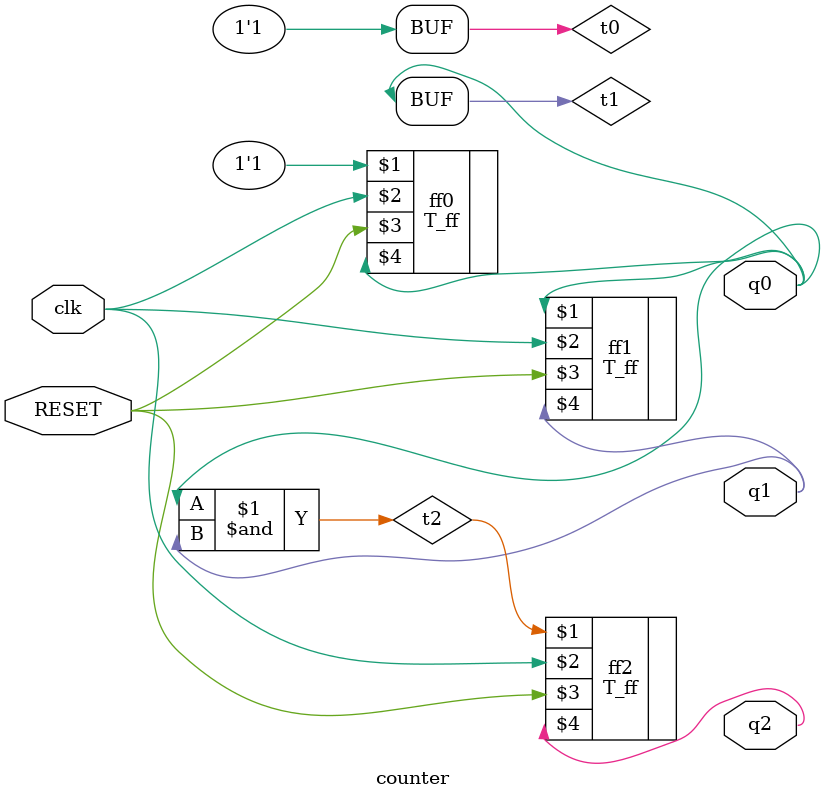
<source format=v>
`timescale 1ns / 1ps


module counter(
    input clk, RESET,
    output q0, q1, q2
    );
    
wire t0, t1, t2;
assign t0 = 1'b1;
assign t1 = q0;
assign t2 = q0 & q1;

T_ff ff0(t0, clk, RESET, q0);
T_ff ff1(t1, clk, RESET, q1);
T_ff ff2(t2, clk, RESET, q2);

endmodule

</source>
